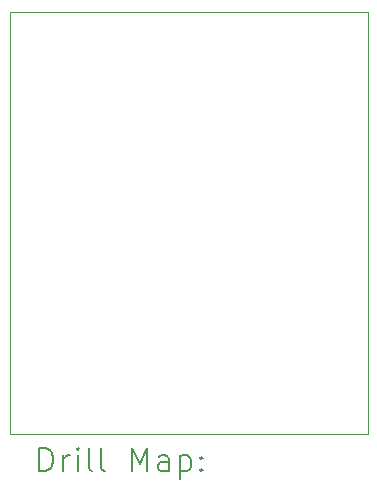
<source format=gbr>
%TF.GenerationSoftware,KiCad,Pcbnew,6.0.11+dfsg-1*%
%TF.CreationDate,2024-02-21T10:26:08+01:00*%
%TF.ProjectId,PCB_TMS,5043425f-544d-4532-9e6b-696361645f70,rev?*%
%TF.SameCoordinates,Original*%
%TF.FileFunction,Drillmap*%
%TF.FilePolarity,Positive*%
%FSLAX45Y45*%
G04 Gerber Fmt 4.5, Leading zero omitted, Abs format (unit mm)*
G04 Created by KiCad (PCBNEW 6.0.11+dfsg-1) date 2024-02-21 10:26:08*
%MOMM*%
%LPD*%
G01*
G04 APERTURE LIST*
%ADD10C,0.100000*%
%ADD11C,0.200000*%
G04 APERTURE END LIST*
D10*
X12725000Y-7595000D02*
X15760000Y-7595000D01*
X15760000Y-7595000D02*
X15760000Y-11166600D01*
X15760000Y-11166600D02*
X12725000Y-11166600D01*
X12725000Y-11166600D02*
X12725000Y-7595000D01*
D11*
X12977619Y-11482076D02*
X12977619Y-11282076D01*
X13025238Y-11282076D01*
X13053809Y-11291600D01*
X13072857Y-11310648D01*
X13082381Y-11329695D01*
X13091905Y-11367790D01*
X13091905Y-11396362D01*
X13082381Y-11434457D01*
X13072857Y-11453505D01*
X13053809Y-11472552D01*
X13025238Y-11482076D01*
X12977619Y-11482076D01*
X13177619Y-11482076D02*
X13177619Y-11348743D01*
X13177619Y-11386838D02*
X13187143Y-11367790D01*
X13196667Y-11358267D01*
X13215714Y-11348743D01*
X13234762Y-11348743D01*
X13301428Y-11482076D02*
X13301428Y-11348743D01*
X13301428Y-11282076D02*
X13291905Y-11291600D01*
X13301428Y-11301124D01*
X13310952Y-11291600D01*
X13301428Y-11282076D01*
X13301428Y-11301124D01*
X13425238Y-11482076D02*
X13406190Y-11472552D01*
X13396667Y-11453505D01*
X13396667Y-11282076D01*
X13530000Y-11482076D02*
X13510952Y-11472552D01*
X13501428Y-11453505D01*
X13501428Y-11282076D01*
X13758571Y-11482076D02*
X13758571Y-11282076D01*
X13825238Y-11424933D01*
X13891905Y-11282076D01*
X13891905Y-11482076D01*
X14072857Y-11482076D02*
X14072857Y-11377314D01*
X14063333Y-11358267D01*
X14044286Y-11348743D01*
X14006190Y-11348743D01*
X13987143Y-11358267D01*
X14072857Y-11472552D02*
X14053809Y-11482076D01*
X14006190Y-11482076D01*
X13987143Y-11472552D01*
X13977619Y-11453505D01*
X13977619Y-11434457D01*
X13987143Y-11415409D01*
X14006190Y-11405886D01*
X14053809Y-11405886D01*
X14072857Y-11396362D01*
X14168095Y-11348743D02*
X14168095Y-11548743D01*
X14168095Y-11358267D02*
X14187143Y-11348743D01*
X14225238Y-11348743D01*
X14244286Y-11358267D01*
X14253809Y-11367790D01*
X14263333Y-11386838D01*
X14263333Y-11443981D01*
X14253809Y-11463028D01*
X14244286Y-11472552D01*
X14225238Y-11482076D01*
X14187143Y-11482076D01*
X14168095Y-11472552D01*
X14349048Y-11463028D02*
X14358571Y-11472552D01*
X14349048Y-11482076D01*
X14339524Y-11472552D01*
X14349048Y-11463028D01*
X14349048Y-11482076D01*
X14349048Y-11358267D02*
X14358571Y-11367790D01*
X14349048Y-11377314D01*
X14339524Y-11367790D01*
X14349048Y-11358267D01*
X14349048Y-11377314D01*
M02*

</source>
